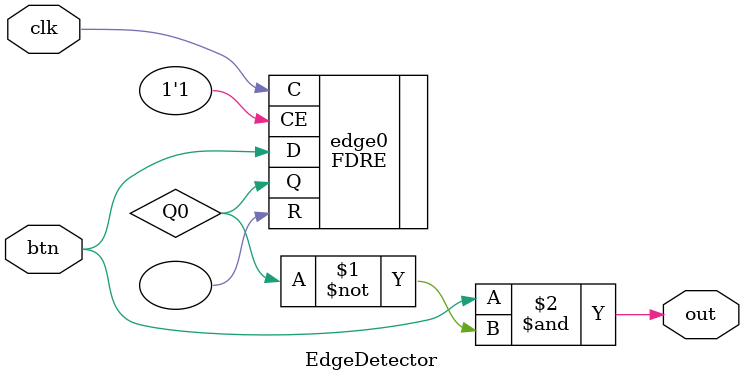
<source format=v>
`timescale 1ns / 1ps


module EdgeDetector(
    input clk,
    input btn,
    output out
    );
    wire Q0;
    
    FDRE #(.INIT(1'b0) ) edge0 (.CE(1'b1), .C(clk), .R(), .D(btn), .Q(Q0));
    
    assign out = btn & ~Q0;
endmodule

</source>
